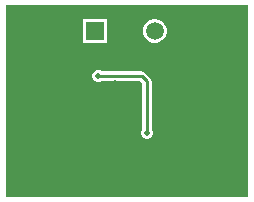
<source format=gbr>
%TF.GenerationSoftware,Altium Limited,Altium Designer,22.7.1 (60)*%
G04 Layer_Physical_Order=2*
G04 Layer_Color=16711680*
%FSLAX45Y45*%
%MOMM*%
%TF.SameCoordinates,68DCCB5C-BDD4-49BB-AA05-A609E45632DA*%
%TF.FilePolarity,Positive*%
%TF.FileFunction,Copper,L2,Bot,Signal*%
%TF.Part,Single*%
G01*
G75*
%TA.AperFunction,Conductor*%
%ADD20C,0.25400*%
%TA.AperFunction,ComponentPad*%
%ADD21R,1.50000X1.50000*%
%ADD22C,1.50000*%
%TA.AperFunction,ViaPad*%
%ADD23C,0.50800*%
G36*
X15189200Y2905760D02*
X13141960D01*
Y4536440D01*
X15189200D01*
Y2905760D01*
D02*
G37*
%LPC*%
G36*
X14415018Y4413320D02*
X14388582D01*
X14363046Y4406478D01*
X14340154Y4393260D01*
X14321460Y4374567D01*
X14308241Y4351673D01*
X14301401Y4326138D01*
Y4299702D01*
X14308241Y4274167D01*
X14321460Y4251273D01*
X14340154Y4232580D01*
X14363046Y4219362D01*
X14388582Y4212520D01*
X14415018D01*
X14440553Y4219362D01*
X14463448Y4232580D01*
X14482140Y4251273D01*
X14495358Y4274167D01*
X14502200Y4299702D01*
Y4326138D01*
X14495358Y4351673D01*
X14482140Y4374567D01*
X14463448Y4393260D01*
X14440553Y4406478D01*
X14415018Y4413320D01*
D02*
G37*
G36*
X13994200D02*
X13793401D01*
Y4212520D01*
X13994200D01*
Y4413320D01*
D02*
G37*
G36*
X13934386Y3982720D02*
X13914175D01*
X13895505Y3974986D01*
X13881213Y3960696D01*
X13873480Y3942025D01*
Y3921815D01*
X13881213Y3903144D01*
X13895505Y3888854D01*
X13914175Y3881120D01*
X13934386D01*
X13953056Y3888854D01*
X13957275Y3893073D01*
X14273949D01*
X14296913Y3870109D01*
Y3482316D01*
X14292694Y3478096D01*
X14284959Y3459425D01*
Y3439215D01*
X14292694Y3420544D01*
X14306984Y3406254D01*
X14325655Y3398520D01*
X14345865D01*
X14364536Y3406254D01*
X14378825Y3420544D01*
X14386560Y3439215D01*
Y3459425D01*
X14378825Y3478096D01*
X14374606Y3482316D01*
Y3886200D01*
X14372141Y3898600D01*
X14371649Y3901066D01*
X14363229Y3913669D01*
X14317509Y3959389D01*
X14304906Y3967809D01*
X14290041Y3970767D01*
X13957275D01*
X13953056Y3974986D01*
X13934386Y3982720D01*
D02*
G37*
%LPD*%
D20*
X13924280Y3931920D02*
X14290041D01*
X14335760Y3886200D01*
Y3449320D02*
Y3886200D01*
D21*
X13893800Y4312920D02*
D03*
D22*
X14147800D02*
D03*
X14401801D02*
D03*
D23*
X14061440Y3868420D02*
D03*
X13924280Y3931920D02*
D03*
X14335760Y3449320D02*
D03*
X14061440Y3815080D02*
D03*
X14020799Y3561080D02*
D03*
X14091920D02*
D03*
%TF.MD5,a85ad0d3085782a8462ace456b1f7ecd*%
M02*

</source>
